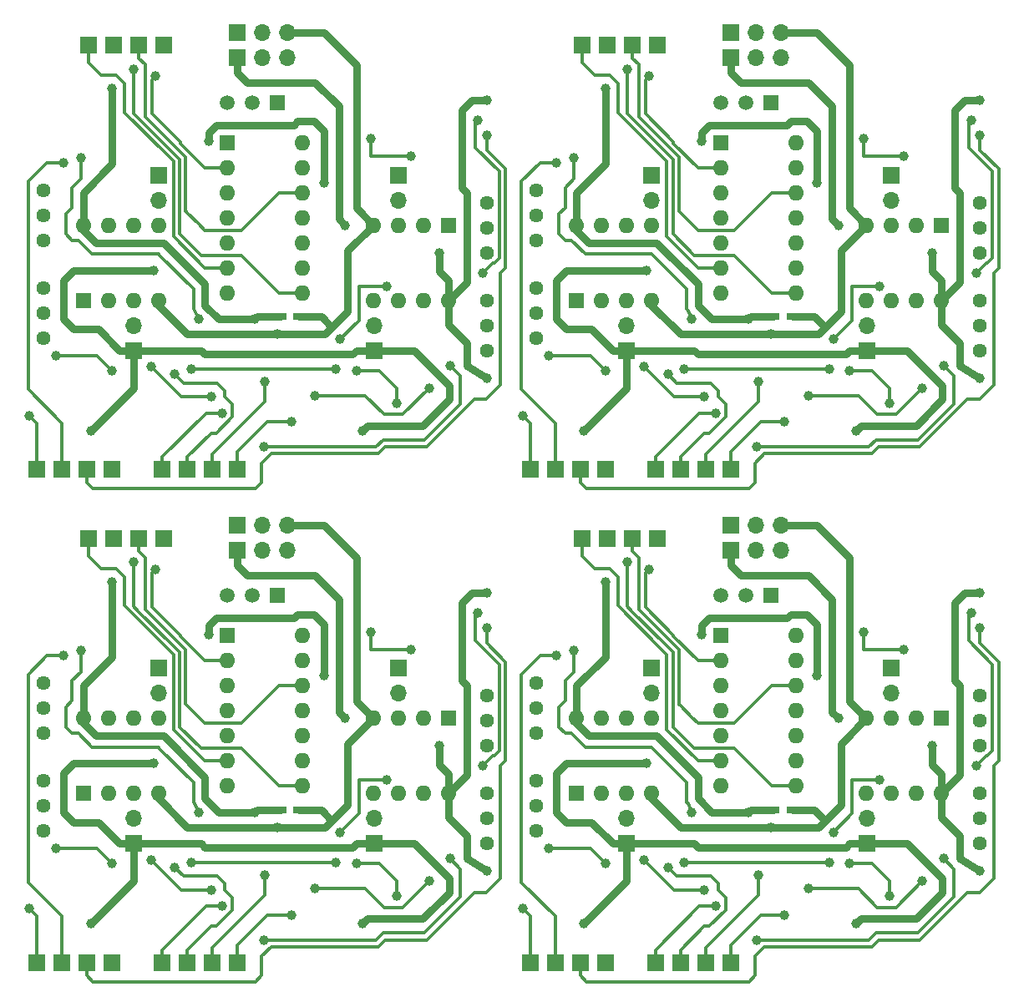
<source format=gbl>
G04 #@! TF.FileFunction,Copper,L2,Bot,Signal*
%FSLAX46Y46*%
G04 Gerber Fmt 4.6, Leading zero omitted, Abs format (unit mm)*
G04 Created by KiCad (PCBNEW 4.0.6) date 07/25/17 22:42:55*
%MOMM*%
%LPD*%
G01*
G04 APERTURE LIST*
%ADD10C,0.100000*%
%ADD11R,1.200000X0.750000*%
%ADD12R,1.700000X1.700000*%
%ADD13O,1.700000X1.700000*%
%ADD14C,1.440000*%
%ADD15R,1.600000X1.600000*%
%ADD16O,1.600000X1.600000*%
%ADD17C,1.520000*%
%ADD18R,1.520000X1.520000*%
%ADD19C,1.000000*%
%ADD20C,0.800000*%
%ADD21C,0.300000*%
G04 APERTURE END LIST*
D10*
D11*
X104469000Y-116211000D03*
X106369000Y-116211000D03*
X54469000Y-116211000D03*
X56369000Y-116211000D03*
X104469000Y-66211000D03*
X106369000Y-66211000D03*
D12*
X113928000Y-119640000D03*
D13*
X113928000Y-117100000D03*
D12*
X63928000Y-119640000D03*
D13*
X63928000Y-117100000D03*
D12*
X113928000Y-69640000D03*
D13*
X113928000Y-67100000D03*
D14*
X125358000Y-104654000D03*
X125358000Y-107194000D03*
X125358000Y-109734000D03*
X75358000Y-104654000D03*
X75358000Y-107194000D03*
X75358000Y-109734000D03*
X125358000Y-54654000D03*
X125358000Y-57194000D03*
X125358000Y-59734000D03*
X125358000Y-114560000D03*
X125358000Y-117100000D03*
X125358000Y-119640000D03*
X75358000Y-114560000D03*
X75358000Y-117100000D03*
X75358000Y-119640000D03*
X125358000Y-64560000D03*
X125358000Y-67100000D03*
X125358000Y-69640000D03*
D15*
X121467000Y-106912000D03*
D16*
X113847000Y-114532000D03*
X118927000Y-106912000D03*
X116387000Y-114532000D03*
X116387000Y-106912000D03*
X118927000Y-114532000D03*
X113847000Y-106912000D03*
X121467000Y-114532000D03*
D15*
X71467000Y-106912000D03*
D16*
X63847000Y-114532000D03*
X68927000Y-106912000D03*
X66387000Y-114532000D03*
X66387000Y-106912000D03*
X68927000Y-114532000D03*
X63847000Y-106912000D03*
X71467000Y-114532000D03*
D15*
X121467000Y-56912000D03*
D16*
X113847000Y-64532000D03*
X118927000Y-56912000D03*
X116387000Y-64532000D03*
X116387000Y-56912000D03*
X118927000Y-64532000D03*
X113847000Y-56912000D03*
X121467000Y-64532000D03*
D12*
X85046000Y-88700000D03*
X35046000Y-88700000D03*
X85046000Y-38700000D03*
X92666000Y-88700000D03*
X42666000Y-88700000D03*
X92666000Y-38700000D03*
X90126000Y-88700000D03*
X40126000Y-88700000D03*
X90126000Y-38700000D03*
X87586000Y-88700000D03*
X37586000Y-88700000D03*
X87586000Y-38700000D03*
D17*
X101609000Y-94494000D03*
X99069000Y-94494000D03*
D18*
X104149000Y-94494000D03*
D17*
X51609000Y-94494000D03*
X49069000Y-94494000D03*
D18*
X54149000Y-94494000D03*
D17*
X101609000Y-44494000D03*
X99069000Y-44494000D03*
D18*
X104149000Y-44494000D03*
D12*
X100085000Y-87382000D03*
D13*
X102625000Y-87382000D03*
X105165000Y-87382000D03*
D12*
X50085000Y-87382000D03*
D13*
X52625000Y-87382000D03*
X55165000Y-87382000D03*
D12*
X100085000Y-37382000D03*
D13*
X102625000Y-37382000D03*
X105165000Y-37382000D03*
D12*
X100085000Y-89922000D03*
D13*
X102625000Y-89922000D03*
X105165000Y-89922000D03*
D12*
X50085000Y-89922000D03*
D13*
X52625000Y-89922000D03*
X55165000Y-89922000D03*
D12*
X100085000Y-39922000D03*
D13*
X102625000Y-39922000D03*
X105165000Y-39922000D03*
D12*
X116387000Y-101832000D03*
D13*
X116387000Y-104372000D03*
D12*
X66387000Y-101832000D03*
D13*
X66387000Y-104372000D03*
D12*
X116387000Y-51832000D03*
D13*
X116387000Y-54372000D03*
D12*
X92084000Y-101860000D03*
D13*
X92084000Y-104400000D03*
D12*
X42084000Y-101860000D03*
D13*
X42084000Y-104400000D03*
D12*
X92084000Y-51860000D03*
D13*
X92084000Y-54400000D03*
D12*
X95005000Y-131705000D03*
X45005000Y-131705000D03*
X95005000Y-81705000D03*
X97545000Y-131705000D03*
X47545000Y-131705000D03*
X97545000Y-81705000D03*
X100085000Y-131705000D03*
X50085000Y-131705000D03*
X100085000Y-81705000D03*
X89544000Y-119640000D03*
D13*
X89544000Y-117100000D03*
D12*
X39544000Y-119640000D03*
D13*
X39544000Y-117100000D03*
D12*
X89544000Y-69640000D03*
D13*
X89544000Y-67100000D03*
D15*
X99069000Y-98558000D03*
D16*
X106689000Y-113798000D03*
X99069000Y-101098000D03*
X106689000Y-111258000D03*
X99069000Y-103638000D03*
X106689000Y-108718000D03*
X99069000Y-106178000D03*
X106689000Y-106178000D03*
X99069000Y-108718000D03*
X106689000Y-103638000D03*
X99069000Y-111258000D03*
X106689000Y-101098000D03*
X99069000Y-113798000D03*
X106689000Y-98558000D03*
D15*
X49069000Y-98558000D03*
D16*
X56689000Y-113798000D03*
X49069000Y-101098000D03*
X56689000Y-111258000D03*
X49069000Y-103638000D03*
X56689000Y-108718000D03*
X49069000Y-106178000D03*
X56689000Y-106178000D03*
X49069000Y-108718000D03*
X56689000Y-103638000D03*
X49069000Y-111258000D03*
X56689000Y-101098000D03*
X49069000Y-113798000D03*
X56689000Y-98558000D03*
D15*
X99069000Y-48558000D03*
D16*
X106689000Y-63798000D03*
X99069000Y-51098000D03*
X106689000Y-61258000D03*
X99069000Y-53638000D03*
X106689000Y-58718000D03*
X99069000Y-56178000D03*
X106689000Y-56178000D03*
X99069000Y-58718000D03*
X106689000Y-53638000D03*
X99069000Y-61258000D03*
X106689000Y-51098000D03*
X99069000Y-63798000D03*
X106689000Y-48558000D03*
D12*
X79765000Y-131705000D03*
X29765000Y-131705000D03*
X79765000Y-81705000D03*
X84845000Y-131705000D03*
X34845000Y-131705000D03*
X84845000Y-81705000D03*
X82305000Y-131705000D03*
X32305000Y-131705000D03*
X82305000Y-81705000D03*
X92465000Y-131705000D03*
X42465000Y-131705000D03*
X92465000Y-81705000D03*
X87385000Y-131705000D03*
X37385000Y-131705000D03*
X87385000Y-81705000D03*
D15*
X84464000Y-114560000D03*
D16*
X92084000Y-106940000D03*
X87004000Y-114560000D03*
X89544000Y-106940000D03*
X89544000Y-114560000D03*
X87004000Y-106940000D03*
X92084000Y-114560000D03*
X84464000Y-106940000D03*
D15*
X34464000Y-114560000D03*
D16*
X42084000Y-106940000D03*
X37004000Y-114560000D03*
X39544000Y-106940000D03*
X39544000Y-114560000D03*
X37004000Y-106940000D03*
X42084000Y-114560000D03*
X34464000Y-106940000D03*
D15*
X84464000Y-64560000D03*
D16*
X92084000Y-56940000D03*
X87004000Y-64560000D03*
X89544000Y-56940000D03*
X89544000Y-64560000D03*
X87004000Y-56940000D03*
X92084000Y-64560000D03*
X84464000Y-56940000D03*
D14*
X80400000Y-118370000D03*
X80400000Y-115830000D03*
X80400000Y-113290000D03*
X30400000Y-118370000D03*
X30400000Y-115830000D03*
X30400000Y-113290000D03*
X80400000Y-68370000D03*
X80400000Y-65830000D03*
X80400000Y-63290000D03*
X80400000Y-108464000D03*
X80400000Y-105924000D03*
X80400000Y-103384000D03*
X30400000Y-108464000D03*
X30400000Y-105924000D03*
X30400000Y-103384000D03*
X80400000Y-58464000D03*
X80400000Y-55924000D03*
X80400000Y-53384000D03*
D11*
X54469000Y-66211000D03*
X56369000Y-66211000D03*
D12*
X50085000Y-39922000D03*
D13*
X52625000Y-39922000D03*
X55165000Y-39922000D03*
D12*
X50085000Y-37382000D03*
D13*
X52625000Y-37382000D03*
X55165000Y-37382000D03*
D15*
X71467000Y-56912000D03*
D16*
X63847000Y-64532000D03*
X68927000Y-56912000D03*
X66387000Y-64532000D03*
X66387000Y-56912000D03*
X68927000Y-64532000D03*
X63847000Y-56912000D03*
X71467000Y-64532000D03*
D15*
X34464000Y-64560000D03*
D16*
X42084000Y-56940000D03*
X37004000Y-64560000D03*
X39544000Y-56940000D03*
X39544000Y-64560000D03*
X37004000Y-56940000D03*
X42084000Y-64560000D03*
X34464000Y-56940000D03*
D14*
X75358000Y-64560000D03*
X75358000Y-67100000D03*
X75358000Y-69640000D03*
X75358000Y-54654000D03*
X75358000Y-57194000D03*
X75358000Y-59734000D03*
X30400000Y-58464000D03*
X30400000Y-55924000D03*
X30400000Y-53384000D03*
X30400000Y-68370000D03*
X30400000Y-65830000D03*
X30400000Y-63290000D03*
D12*
X63928000Y-69640000D03*
D13*
X63928000Y-67100000D03*
D12*
X66387000Y-51832000D03*
D13*
X66387000Y-54372000D03*
D12*
X42084000Y-51860000D03*
D13*
X42084000Y-54400000D03*
D12*
X39544000Y-69640000D03*
D13*
X39544000Y-67100000D03*
D12*
X42666000Y-38700000D03*
X40126000Y-38700000D03*
X50085000Y-81705000D03*
X47545000Y-81705000D03*
X37385000Y-81705000D03*
X34845000Y-81705000D03*
X37586000Y-38700000D03*
X35046000Y-38700000D03*
X45005000Y-81705000D03*
X42465000Y-81705000D03*
X32305000Y-81705000D03*
X29765000Y-81705000D03*
D15*
X49069000Y-48558000D03*
D16*
X56689000Y-63798000D03*
X49069000Y-51098000D03*
X56689000Y-61258000D03*
X49069000Y-53638000D03*
X56689000Y-58718000D03*
X49069000Y-56178000D03*
X56689000Y-56178000D03*
X49069000Y-58718000D03*
X56689000Y-53638000D03*
X49069000Y-61258000D03*
X56689000Y-51098000D03*
X49069000Y-63798000D03*
X56689000Y-48558000D03*
D17*
X51609000Y-44494000D03*
X49069000Y-44494000D03*
D18*
X54149000Y-44494000D03*
D19*
X125358000Y-122434000D03*
X75358000Y-122434000D03*
X125358000Y-72434000D03*
X111007000Y-106940000D03*
X61007000Y-106940000D03*
X111007000Y-56940000D03*
X120532000Y-109734000D03*
X70532000Y-109734000D03*
X120532000Y-59734000D03*
X101863000Y-116465000D03*
X51863000Y-116465000D03*
X101863000Y-66465000D03*
X125358000Y-94240000D03*
X75358000Y-94240000D03*
X125358000Y-44240000D03*
X87385000Y-93097000D03*
X37385000Y-93097000D03*
X87385000Y-43097000D03*
X37385000Y-43097000D03*
X70532000Y-59734000D03*
X51863000Y-66465000D03*
X61007000Y-56940000D03*
X75358000Y-44240000D03*
X75358000Y-72434000D03*
X85226000Y-127768000D03*
X35226000Y-127768000D03*
X85226000Y-77768000D03*
X112785000Y-127768000D03*
X62785000Y-127768000D03*
X112785000Y-77768000D03*
X91576000Y-111512000D03*
X41576000Y-111512000D03*
X91576000Y-61512000D03*
X108848000Y-102622000D03*
X58848000Y-102622000D03*
X108848000Y-52622000D03*
X97164000Y-98431000D03*
X47164000Y-98431000D03*
X97164000Y-48431000D03*
X62785000Y-77768000D03*
X58848000Y-52622000D03*
X47164000Y-48431000D03*
X41576000Y-61512000D03*
X35226000Y-77768000D03*
X81670000Y-120148000D03*
X31670000Y-120148000D03*
X81670000Y-70148000D03*
X87385000Y-121672000D03*
X37385000Y-121672000D03*
X87385000Y-71672000D03*
X91322000Y-121291000D03*
X41322000Y-121291000D03*
X91322000Y-71291000D03*
X97418000Y-124339000D03*
X47418000Y-124339000D03*
X97418000Y-74339000D03*
X31670000Y-70148000D03*
X47418000Y-74339000D03*
X41322000Y-71291000D03*
X37385000Y-71672000D03*
X96148000Y-116465000D03*
X46148000Y-116465000D03*
X96148000Y-66465000D03*
X84210000Y-100082000D03*
X34210000Y-100082000D03*
X84210000Y-50082000D03*
X34210000Y-50082000D03*
X46148000Y-66465000D03*
X124977000Y-111766000D03*
X74977000Y-111766000D03*
X124977000Y-61766000D03*
X110499000Y-118497000D03*
X60499000Y-118497000D03*
X110499000Y-68497000D03*
X115198000Y-113163000D03*
X65198000Y-113163000D03*
X115198000Y-63163000D03*
X124469000Y-96272000D03*
X74469000Y-96272000D03*
X124469000Y-46272000D03*
X74469000Y-46272000D03*
X74977000Y-61766000D03*
X65198000Y-63163000D03*
X60499000Y-68497000D03*
X119516000Y-123450000D03*
X69516000Y-123450000D03*
X119516000Y-73450000D03*
X107959000Y-124212000D03*
X57959000Y-124212000D03*
X107959000Y-74212000D03*
X57959000Y-74212000D03*
X69516000Y-73450000D03*
X79003000Y-126244000D03*
X29003000Y-126244000D03*
X79003000Y-76244000D03*
X29003000Y-76244000D03*
X82432000Y-100590000D03*
X32432000Y-100590000D03*
X82432000Y-50590000D03*
X32432000Y-50590000D03*
X98561000Y-125990000D03*
X48561000Y-125990000D03*
X98561000Y-75990000D03*
X48561000Y-75990000D03*
X93735000Y-122053000D03*
X43735000Y-122053000D03*
X93735000Y-72053000D03*
X43735000Y-72053000D03*
X91810000Y-91830000D03*
X41810000Y-91830000D03*
X91810000Y-41830000D03*
X41810000Y-41830000D03*
X125358000Y-97796000D03*
X75358000Y-97796000D03*
X125358000Y-47796000D03*
X75358000Y-47796000D03*
X121670000Y-121160000D03*
X71670000Y-121160000D03*
X121670000Y-71160000D03*
X102750000Y-129430000D03*
X52750000Y-129430000D03*
X102750000Y-79430000D03*
X52750000Y-79430000D03*
X71670000Y-71160000D03*
X102879000Y-122815000D03*
X52879000Y-122815000D03*
X102879000Y-72815000D03*
X52879000Y-72815000D03*
X105546000Y-126879000D03*
X55546000Y-126879000D03*
X105546000Y-76879000D03*
X55546000Y-76879000D03*
X89600000Y-91100000D03*
X39600000Y-91100000D03*
X89600000Y-41100000D03*
X39600000Y-41100000D03*
X110075000Y-121545000D03*
X60075000Y-121545000D03*
X110075000Y-71545000D03*
X95386000Y-121545000D03*
X45386000Y-121545000D03*
X95386000Y-71545000D03*
X60075000Y-71545000D03*
X45386000Y-71545000D03*
X117657000Y-99927000D03*
X67657000Y-99927000D03*
X117657000Y-49927000D03*
X113610000Y-98178000D03*
X63610000Y-98178000D03*
X113610000Y-48178000D03*
X63610000Y-48178000D03*
X67657000Y-49927000D03*
X116214000Y-124974000D03*
X66214000Y-124974000D03*
X116214000Y-74974000D03*
X112150000Y-121672000D03*
X62150000Y-121672000D03*
X112150000Y-71672000D03*
X66214000Y-74974000D03*
X62150000Y-71672000D03*
X104149000Y-117989000D03*
X54149000Y-117989000D03*
X104149000Y-67989000D03*
X54149000Y-67989000D03*
D20*
X84464000Y-103638000D02*
X84464000Y-106940000D01*
X34464000Y-103638000D02*
X34464000Y-106940000D01*
X84464000Y-53638000D02*
X84464000Y-56940000D01*
X84464000Y-106940000D02*
X84464000Y-107448000D01*
X34464000Y-106940000D02*
X34464000Y-107448000D01*
X84464000Y-56940000D02*
X84464000Y-57448000D01*
X84464000Y-103638000D02*
X87385000Y-100717000D01*
X34464000Y-103638000D02*
X37385000Y-100717000D01*
X84464000Y-53638000D02*
X87385000Y-50717000D01*
X92592000Y-108718000D02*
X96783000Y-112909000D01*
X42592000Y-108718000D02*
X46783000Y-112909000D01*
X92592000Y-58718000D02*
X96783000Y-62909000D01*
X85734000Y-108718000D02*
X92592000Y-108718000D01*
X35734000Y-108718000D02*
X42592000Y-108718000D01*
X85734000Y-58718000D02*
X92592000Y-58718000D01*
X84464000Y-107448000D02*
X85734000Y-108718000D01*
X34464000Y-107448000D02*
X35734000Y-108718000D01*
X84464000Y-57448000D02*
X85734000Y-58718000D01*
X102117000Y-116211000D02*
X101863000Y-116465000D01*
X52117000Y-116211000D02*
X51863000Y-116465000D01*
X102117000Y-66211000D02*
X101863000Y-66465000D01*
X96783000Y-112909000D02*
X96783000Y-115068000D01*
X46783000Y-112909000D02*
X46783000Y-115068000D01*
X96783000Y-62909000D02*
X96783000Y-65068000D01*
X96783000Y-115068000D02*
X98180000Y-116465000D01*
X46783000Y-115068000D02*
X48180000Y-116465000D01*
X96783000Y-65068000D02*
X98180000Y-66465000D01*
X104469000Y-116211000D02*
X102117000Y-116211000D01*
X54469000Y-116211000D02*
X52117000Y-116211000D01*
X104469000Y-66211000D02*
X102117000Y-66211000D01*
X98180000Y-116465000D02*
X101863000Y-116465000D01*
X48180000Y-116465000D02*
X51863000Y-116465000D01*
X98180000Y-66465000D02*
X101863000Y-66465000D01*
X123326000Y-112673000D02*
X121467000Y-114532000D01*
X73326000Y-112673000D02*
X71467000Y-114532000D01*
X123326000Y-62673000D02*
X121467000Y-64532000D01*
X123326000Y-118878000D02*
X121467000Y-117019000D01*
X73326000Y-118878000D02*
X71467000Y-117019000D01*
X123326000Y-68878000D02*
X121467000Y-67019000D01*
X121467000Y-117019000D02*
X121467000Y-114532000D01*
X71467000Y-117019000D02*
X71467000Y-114532000D01*
X121467000Y-67019000D02*
X121467000Y-64532000D01*
X121467000Y-112574000D02*
X121467000Y-114532000D01*
X71467000Y-112574000D02*
X71467000Y-114532000D01*
X121467000Y-62574000D02*
X121467000Y-64532000D01*
X122818000Y-103130000D02*
X123326000Y-103638000D01*
X72818000Y-103130000D02*
X73326000Y-103638000D01*
X122818000Y-53130000D02*
X123326000Y-53638000D01*
X123326000Y-103638000D02*
X123326000Y-112673000D01*
X73326000Y-103638000D02*
X73326000Y-112673000D01*
X123326000Y-53638000D02*
X123326000Y-62673000D01*
X122818000Y-95256000D02*
X122818000Y-103130000D01*
X72818000Y-95256000D02*
X72818000Y-103130000D01*
X122818000Y-45256000D02*
X122818000Y-53130000D01*
X123834000Y-94240000D02*
X122818000Y-95256000D01*
X73834000Y-94240000D02*
X72818000Y-95256000D01*
X123834000Y-44240000D02*
X122818000Y-45256000D01*
X125358000Y-94240000D02*
X123834000Y-94240000D01*
X75358000Y-94240000D02*
X73834000Y-94240000D01*
X125358000Y-44240000D02*
X123834000Y-44240000D01*
X120532000Y-109734000D02*
X120532000Y-111639000D01*
X70532000Y-109734000D02*
X70532000Y-111639000D01*
X120532000Y-59734000D02*
X120532000Y-61639000D01*
X121467000Y-112574000D02*
X120532000Y-111639000D01*
X71467000Y-112574000D02*
X70532000Y-111639000D01*
X121467000Y-62574000D02*
X120532000Y-61639000D01*
X123326000Y-121164000D02*
X123326000Y-118878000D01*
X73326000Y-121164000D02*
X73326000Y-118878000D01*
X123326000Y-71164000D02*
X123326000Y-68878000D01*
X125358000Y-122434000D02*
X123326000Y-121164000D01*
X75358000Y-122434000D02*
X73326000Y-121164000D01*
X125358000Y-72434000D02*
X123326000Y-71164000D01*
X87385000Y-100717000D02*
X87385000Y-95002000D01*
X37385000Y-100717000D02*
X37385000Y-95002000D01*
X87385000Y-50717000D02*
X87385000Y-45002000D01*
X87385000Y-95002000D02*
X87385000Y-93097000D01*
X37385000Y-95002000D02*
X37385000Y-93097000D01*
X87385000Y-45002000D02*
X87385000Y-43097000D01*
X110372000Y-94875000D02*
X107959000Y-92462000D01*
X60372000Y-94875000D02*
X57959000Y-92462000D01*
X110372000Y-44875000D02*
X107959000Y-42462000D01*
X111007000Y-106940000D02*
X110372000Y-106305000D01*
X61007000Y-106940000D02*
X60372000Y-106305000D01*
X111007000Y-56940000D02*
X110372000Y-56305000D01*
X110372000Y-106305000D02*
X110372000Y-94875000D01*
X60372000Y-106305000D02*
X60372000Y-94875000D01*
X110372000Y-56305000D02*
X110372000Y-44875000D01*
X107959000Y-92462000D02*
X101101000Y-92462000D01*
X57959000Y-92462000D02*
X51101000Y-92462000D01*
X107959000Y-42462000D02*
X101101000Y-42462000D01*
X101101000Y-92462000D02*
X100085000Y-91446000D01*
X51101000Y-92462000D02*
X50085000Y-91446000D01*
X101101000Y-42462000D02*
X100085000Y-41446000D01*
X100085000Y-91446000D02*
X100085000Y-89922000D01*
X50085000Y-91446000D02*
X50085000Y-89922000D01*
X100085000Y-41446000D02*
X100085000Y-39922000D01*
X34464000Y-53638000D02*
X34464000Y-56940000D01*
X37385000Y-50717000D02*
X37385000Y-45002000D01*
X34464000Y-53638000D02*
X37385000Y-50717000D01*
X37385000Y-45002000D02*
X37385000Y-43097000D01*
X54469000Y-66211000D02*
X52117000Y-66211000D01*
X52117000Y-66211000D02*
X51863000Y-66465000D01*
X71467000Y-62574000D02*
X70532000Y-61639000D01*
X71467000Y-62574000D02*
X71467000Y-64532000D01*
X70532000Y-59734000D02*
X70532000Y-61639000D01*
X34464000Y-56940000D02*
X34464000Y-57448000D01*
X34464000Y-57448000D02*
X35734000Y-58718000D01*
X48180000Y-66465000D02*
X51863000Y-66465000D01*
X46783000Y-65068000D02*
X48180000Y-66465000D01*
X46783000Y-62909000D02*
X46783000Y-65068000D01*
X42592000Y-58718000D02*
X46783000Y-62909000D01*
X35734000Y-58718000D02*
X42592000Y-58718000D01*
X50085000Y-41446000D02*
X50085000Y-39922000D01*
X51101000Y-42462000D02*
X50085000Y-41446000D01*
X57959000Y-42462000D02*
X51101000Y-42462000D01*
X60372000Y-44875000D02*
X57959000Y-42462000D01*
X60372000Y-56305000D02*
X60372000Y-44875000D01*
X61007000Y-56940000D02*
X60372000Y-56305000D01*
X75358000Y-44240000D02*
X73834000Y-44240000D01*
X73834000Y-44240000D02*
X72818000Y-45256000D01*
X72818000Y-45256000D02*
X72818000Y-53130000D01*
X72818000Y-53130000D02*
X73326000Y-53638000D01*
X73326000Y-53638000D02*
X73326000Y-62673000D01*
X73326000Y-62673000D02*
X71467000Y-64532000D01*
X71467000Y-67019000D02*
X71467000Y-64532000D01*
X73326000Y-68878000D02*
X71467000Y-67019000D01*
X73326000Y-71164000D02*
X73326000Y-68878000D01*
X75358000Y-72434000D02*
X73326000Y-71164000D01*
X88147000Y-119640000D02*
X85988000Y-117481000D01*
X38147000Y-119640000D02*
X35988000Y-117481000D01*
X88147000Y-69640000D02*
X85988000Y-67481000D01*
X83448000Y-117481000D02*
X82432000Y-116465000D01*
X33448000Y-117481000D02*
X32432000Y-116465000D01*
X83448000Y-67481000D02*
X82432000Y-66465000D01*
X83448000Y-111512000D02*
X91576000Y-111512000D01*
X33448000Y-111512000D02*
X41576000Y-111512000D01*
X83448000Y-61512000D02*
X91576000Y-61512000D01*
X89544000Y-123450000D02*
X89544000Y-119640000D01*
X39544000Y-123450000D02*
X39544000Y-119640000D01*
X89544000Y-73450000D02*
X89544000Y-69640000D01*
X85226000Y-127768000D02*
X89544000Y-123450000D01*
X35226000Y-127768000D02*
X39544000Y-123450000D01*
X85226000Y-77768000D02*
X89544000Y-73450000D01*
X89544000Y-119640000D02*
X96402000Y-119640000D01*
X39544000Y-119640000D02*
X46402000Y-119640000D01*
X89544000Y-69640000D02*
X96402000Y-69640000D01*
X89544000Y-119640000D02*
X88147000Y-119640000D01*
X39544000Y-119640000D02*
X38147000Y-119640000D01*
X89544000Y-69640000D02*
X88147000Y-69640000D01*
X85988000Y-117481000D02*
X83448000Y-117481000D01*
X35988000Y-117481000D02*
X33448000Y-117481000D01*
X85988000Y-67481000D02*
X83448000Y-67481000D01*
X82432000Y-116465000D02*
X82432000Y-112528000D01*
X32432000Y-116465000D02*
X32432000Y-112528000D01*
X82432000Y-66465000D02*
X82432000Y-62528000D01*
X82432000Y-112528000D02*
X83448000Y-111512000D01*
X32432000Y-112528000D02*
X33448000Y-111512000D01*
X82432000Y-62528000D02*
X83448000Y-61512000D01*
X111769000Y-120021000D02*
X112150000Y-119640000D01*
X61769000Y-120021000D02*
X62150000Y-119640000D01*
X111769000Y-70021000D02*
X112150000Y-69640000D01*
X112785000Y-127768000D02*
X113293000Y-127260000D01*
X62785000Y-127768000D02*
X63293000Y-127260000D01*
X112785000Y-77768000D02*
X113293000Y-77260000D01*
X112150000Y-119640000D02*
X113928000Y-119640000D01*
X62150000Y-119640000D02*
X63928000Y-119640000D01*
X112150000Y-69640000D02*
X113928000Y-69640000D01*
X96783000Y-120021000D02*
X111769000Y-120021000D01*
X46783000Y-120021000D02*
X61769000Y-120021000D01*
X96783000Y-70021000D02*
X111769000Y-70021000D01*
X96402000Y-119640000D02*
X96783000Y-120021000D01*
X46402000Y-119640000D02*
X46783000Y-120021000D01*
X96402000Y-69640000D02*
X96783000Y-70021000D01*
X117992000Y-119640000D02*
X113928000Y-119640000D01*
X67992000Y-119640000D02*
X63928000Y-119640000D01*
X117992000Y-69640000D02*
X113928000Y-69640000D01*
X113293000Y-127260000D02*
X118881000Y-127260000D01*
X63293000Y-127260000D02*
X68881000Y-127260000D01*
X113293000Y-77260000D02*
X118881000Y-77260000D01*
X118881000Y-127260000D02*
X121548000Y-124593000D01*
X68881000Y-127260000D02*
X71548000Y-124593000D01*
X118881000Y-77260000D02*
X121548000Y-74593000D01*
X121548000Y-124593000D02*
X121548000Y-123196000D01*
X71548000Y-124593000D02*
X71548000Y-123196000D01*
X121548000Y-74593000D02*
X121548000Y-73196000D01*
X121548000Y-123196000D02*
X117992000Y-119640000D01*
X71548000Y-123196000D02*
X67992000Y-119640000D01*
X121548000Y-73196000D02*
X117992000Y-69640000D01*
X97164000Y-97542000D02*
X97164000Y-98431000D01*
X47164000Y-97542000D02*
X47164000Y-98431000D01*
X97164000Y-47542000D02*
X97164000Y-48431000D01*
X97926000Y-96780000D02*
X97164000Y-97542000D01*
X47926000Y-96780000D02*
X47164000Y-97542000D01*
X97926000Y-46780000D02*
X97164000Y-47542000D01*
X107832000Y-96399000D02*
X108848000Y-97415000D01*
X57832000Y-96399000D02*
X58848000Y-97415000D01*
X107832000Y-46399000D02*
X108848000Y-47415000D01*
X108848000Y-97415000D02*
X108848000Y-102622000D01*
X58848000Y-97415000D02*
X58848000Y-102622000D01*
X108848000Y-47415000D02*
X108848000Y-52622000D01*
X106181000Y-96399000D02*
X107832000Y-96399000D01*
X56181000Y-96399000D02*
X57832000Y-96399000D01*
X106181000Y-46399000D02*
X107832000Y-46399000D01*
X105800000Y-96780000D02*
X106181000Y-96399000D01*
X55800000Y-96780000D02*
X56181000Y-96399000D01*
X105800000Y-46780000D02*
X106181000Y-46399000D01*
X97926000Y-96780000D02*
X105800000Y-96780000D01*
X47926000Y-96780000D02*
X55800000Y-96780000D01*
X97926000Y-46780000D02*
X105800000Y-46780000D01*
X67992000Y-69640000D02*
X63928000Y-69640000D01*
X71548000Y-73196000D02*
X67992000Y-69640000D01*
X71548000Y-74593000D02*
X71548000Y-73196000D01*
X68881000Y-77260000D02*
X71548000Y-74593000D01*
X63293000Y-77260000D02*
X68881000Y-77260000D01*
X62785000Y-77768000D02*
X63293000Y-77260000D01*
X47926000Y-46780000D02*
X47164000Y-47542000D01*
X47926000Y-46780000D02*
X55800000Y-46780000D01*
X55800000Y-46780000D02*
X56181000Y-46399000D01*
X56181000Y-46399000D02*
X57832000Y-46399000D01*
X57832000Y-46399000D02*
X58848000Y-47415000D01*
X58848000Y-47415000D02*
X58848000Y-52622000D01*
X47164000Y-47542000D02*
X47164000Y-48431000D01*
X39544000Y-69640000D02*
X38147000Y-69640000D01*
X33448000Y-61512000D02*
X41576000Y-61512000D01*
X32432000Y-62528000D02*
X33448000Y-61512000D01*
X32432000Y-66465000D02*
X32432000Y-62528000D01*
X33448000Y-67481000D02*
X32432000Y-66465000D01*
X35988000Y-67481000D02*
X33448000Y-67481000D01*
X38147000Y-69640000D02*
X35988000Y-67481000D01*
X39544000Y-69640000D02*
X46402000Y-69640000D01*
X46402000Y-69640000D02*
X46783000Y-70021000D01*
X46783000Y-70021000D02*
X61769000Y-70021000D01*
X61769000Y-70021000D02*
X62150000Y-69640000D01*
X62150000Y-69640000D02*
X63928000Y-69640000D01*
X35226000Y-77768000D02*
X39544000Y-73450000D01*
X39544000Y-73450000D02*
X39544000Y-69640000D01*
D21*
X94370000Y-124339000D02*
X97418000Y-124339000D01*
X44370000Y-124339000D02*
X47418000Y-124339000D01*
X94370000Y-74339000D02*
X97418000Y-74339000D01*
X81670000Y-120148000D02*
X85861000Y-120148000D01*
X31670000Y-120148000D02*
X35861000Y-120148000D01*
X81670000Y-70148000D02*
X85861000Y-70148000D01*
X85861000Y-120148000D02*
X87385000Y-121672000D01*
X35861000Y-120148000D02*
X37385000Y-121672000D01*
X85861000Y-70148000D02*
X87385000Y-71672000D01*
X91322000Y-121291000D02*
X94370000Y-124339000D01*
X41322000Y-121291000D02*
X44370000Y-124339000D01*
X91322000Y-71291000D02*
X94370000Y-74339000D01*
X31670000Y-70148000D02*
X35861000Y-70148000D01*
X44370000Y-74339000D02*
X47418000Y-74339000D01*
X41322000Y-71291000D02*
X44370000Y-74339000D01*
X35861000Y-70148000D02*
X37385000Y-71672000D01*
X83321000Y-103130000D02*
X84210000Y-102241000D01*
X33321000Y-103130000D02*
X34210000Y-102241000D01*
X83321000Y-53130000D02*
X84210000Y-52241000D01*
X83956000Y-108464000D02*
X83321000Y-108464000D01*
X33956000Y-108464000D02*
X33321000Y-108464000D01*
X83956000Y-58464000D02*
X83321000Y-58464000D01*
X83321000Y-108464000D02*
X82686000Y-107829000D01*
X33321000Y-108464000D02*
X32686000Y-107829000D01*
X83321000Y-58464000D02*
X82686000Y-57829000D01*
X82686000Y-107829000D02*
X82686000Y-105797000D01*
X32686000Y-107829000D02*
X32686000Y-105797000D01*
X82686000Y-57829000D02*
X82686000Y-55797000D01*
X82686000Y-105797000D02*
X83321000Y-105162000D01*
X32686000Y-105797000D02*
X33321000Y-105162000D01*
X82686000Y-55797000D02*
X83321000Y-55162000D01*
X83321000Y-105162000D02*
X83321000Y-103130000D01*
X33321000Y-105162000D02*
X33321000Y-103130000D01*
X83321000Y-55162000D02*
X83321000Y-53130000D01*
X84210000Y-102241000D02*
X84210000Y-100082000D01*
X34210000Y-102241000D02*
X34210000Y-100082000D01*
X84210000Y-52241000D02*
X84210000Y-50082000D01*
X95640000Y-113417000D02*
X92230536Y-110007536D01*
X45640000Y-113417000D02*
X42230536Y-110007536D01*
X95640000Y-63417000D02*
X92230536Y-60007536D01*
X92084000Y-109861000D02*
X89163000Y-109861000D01*
X42084000Y-109861000D02*
X39163000Y-109861000D01*
X92084000Y-59861000D02*
X89163000Y-59861000D01*
X89163000Y-109861000D02*
X85607000Y-109861000D01*
X39163000Y-109861000D02*
X35607000Y-109861000D01*
X89163000Y-59861000D02*
X85607000Y-59861000D01*
X92230536Y-110007536D02*
X92084000Y-109861000D01*
X42230536Y-110007536D02*
X42084000Y-109861000D01*
X92230536Y-60007536D02*
X92084000Y-59861000D01*
X85607000Y-109861000D02*
X85353000Y-109861000D01*
X35607000Y-109861000D02*
X35353000Y-109861000D01*
X85607000Y-59861000D02*
X85353000Y-59861000D01*
X85353000Y-109861000D02*
X83956000Y-108464000D01*
X35353000Y-109861000D02*
X33956000Y-108464000D01*
X85353000Y-59861000D02*
X83956000Y-58464000D01*
X96148000Y-116465000D02*
X96148000Y-116465000D01*
X46148000Y-116465000D02*
X46148000Y-116465000D01*
X96148000Y-66465000D02*
X96148000Y-66465000D01*
X95767000Y-115576000D02*
X95640000Y-115449000D01*
X45767000Y-115576000D02*
X45640000Y-115449000D01*
X95767000Y-65576000D02*
X95640000Y-65449000D01*
X95640000Y-115449000D02*
X95640000Y-113417000D01*
X45640000Y-115449000D02*
X45640000Y-113417000D01*
X95640000Y-65449000D02*
X95640000Y-63417000D01*
X96148000Y-116465000D02*
X95767000Y-115576000D01*
X46148000Y-116465000D02*
X45767000Y-115576000D01*
X96148000Y-66465000D02*
X95767000Y-65576000D01*
X46148000Y-66465000D02*
X45767000Y-65576000D01*
X34210000Y-52241000D02*
X34210000Y-50082000D01*
X33321000Y-53130000D02*
X34210000Y-52241000D01*
X33321000Y-55162000D02*
X33321000Y-53130000D01*
X32686000Y-55797000D02*
X33321000Y-55162000D01*
X32686000Y-57829000D02*
X32686000Y-55797000D01*
X33321000Y-58464000D02*
X32686000Y-57829000D01*
X33956000Y-58464000D02*
X33321000Y-58464000D01*
X35353000Y-59861000D02*
X33956000Y-58464000D01*
X35607000Y-59861000D02*
X35353000Y-59861000D01*
X39163000Y-59861000D02*
X35607000Y-59861000D01*
X42084000Y-59861000D02*
X39163000Y-59861000D01*
X42230536Y-60007536D02*
X42084000Y-59861000D01*
X45640000Y-63417000D02*
X42230536Y-60007536D01*
X45640000Y-65449000D02*
X45640000Y-63417000D01*
X45767000Y-65576000D02*
X45640000Y-65449000D01*
X46148000Y-66465000D02*
X46148000Y-66465000D01*
X110499000Y-118497000D02*
X112404000Y-116592000D01*
X60499000Y-118497000D02*
X62404000Y-116592000D01*
X110499000Y-68497000D02*
X112404000Y-66592000D01*
X112404000Y-116592000D02*
X112404000Y-113163000D01*
X62404000Y-116592000D02*
X62404000Y-113163000D01*
X112404000Y-66592000D02*
X112404000Y-63163000D01*
X126628000Y-110242000D02*
X126628000Y-101479000D01*
X76628000Y-110242000D02*
X76628000Y-101479000D01*
X126628000Y-60242000D02*
X126628000Y-51479000D01*
X126120000Y-110750000D02*
X126628000Y-110242000D01*
X76120000Y-110750000D02*
X76628000Y-110242000D01*
X126120000Y-60750000D02*
X126628000Y-60242000D01*
X125993000Y-110750000D02*
X126120000Y-110750000D01*
X75993000Y-110750000D02*
X76120000Y-110750000D01*
X125993000Y-60750000D02*
X126120000Y-60750000D01*
X124977000Y-111766000D02*
X125993000Y-110750000D01*
X74977000Y-111766000D02*
X75993000Y-110750000D01*
X124977000Y-61766000D02*
X125993000Y-60750000D01*
X126628000Y-101479000D02*
X124215000Y-99066000D01*
X76628000Y-101479000D02*
X74215000Y-99066000D01*
X126628000Y-51479000D02*
X124215000Y-49066000D01*
X124215000Y-96526000D02*
X124469000Y-96272000D01*
X74215000Y-96526000D02*
X74469000Y-96272000D01*
X124215000Y-46526000D02*
X124469000Y-46272000D01*
X124215000Y-99066000D02*
X124215000Y-96526000D01*
X74215000Y-99066000D02*
X74215000Y-96526000D01*
X124215000Y-49066000D02*
X124215000Y-46526000D01*
X112404000Y-113163000D02*
X115198000Y-113163000D01*
X62404000Y-113163000D02*
X65198000Y-113163000D01*
X112404000Y-63163000D02*
X115198000Y-63163000D01*
X74215000Y-46526000D02*
X74469000Y-46272000D01*
X74215000Y-49066000D02*
X74215000Y-46526000D01*
X76628000Y-51479000D02*
X74215000Y-49066000D01*
X76628000Y-60242000D02*
X76628000Y-51479000D01*
X76120000Y-60750000D02*
X76628000Y-60242000D01*
X75993000Y-60750000D02*
X76120000Y-60750000D01*
X74977000Y-61766000D02*
X75993000Y-60750000D01*
X62404000Y-63163000D02*
X65198000Y-63163000D01*
X62404000Y-66592000D02*
X62404000Y-63163000D01*
X60499000Y-68497000D02*
X62404000Y-66592000D01*
X113039000Y-124212000D02*
X107959000Y-124212000D01*
X63039000Y-124212000D02*
X57959000Y-124212000D01*
X113039000Y-74212000D02*
X107959000Y-74212000D01*
X116849000Y-126117000D02*
X114944000Y-126117000D01*
X66849000Y-126117000D02*
X64944000Y-126117000D01*
X116849000Y-76117000D02*
X114944000Y-76117000D01*
X119516000Y-123450000D02*
X116849000Y-126117000D01*
X69516000Y-123450000D02*
X66849000Y-126117000D01*
X119516000Y-73450000D02*
X116849000Y-76117000D01*
X114944000Y-126117000D02*
X113039000Y-124212000D01*
X64944000Y-126117000D02*
X63039000Y-124212000D01*
X114944000Y-76117000D02*
X113039000Y-74212000D01*
X63039000Y-74212000D02*
X57959000Y-74212000D01*
X64944000Y-76117000D02*
X63039000Y-74212000D01*
X66849000Y-76117000D02*
X64944000Y-76117000D01*
X69516000Y-73450000D02*
X66849000Y-76117000D01*
X79765000Y-131705000D02*
X79765000Y-127006000D01*
X29765000Y-131705000D02*
X29765000Y-127006000D01*
X79765000Y-81705000D02*
X79765000Y-77006000D01*
X79765000Y-127006000D02*
X79003000Y-126244000D01*
X29765000Y-127006000D02*
X29003000Y-126244000D01*
X79765000Y-77006000D02*
X79003000Y-76244000D01*
X29765000Y-81705000D02*
X29765000Y-77006000D01*
X29765000Y-77006000D02*
X29003000Y-76244000D01*
X82432000Y-100590000D02*
X80781000Y-100590000D01*
X32432000Y-100590000D02*
X30781000Y-100590000D01*
X82432000Y-50590000D02*
X80781000Y-50590000D01*
X80781000Y-100590000D02*
X78876000Y-102495000D01*
X30781000Y-100590000D02*
X28876000Y-102495000D01*
X80781000Y-50590000D02*
X78876000Y-52495000D01*
X82305000Y-131705000D02*
X82305000Y-127006000D01*
X32305000Y-131705000D02*
X32305000Y-127006000D01*
X82305000Y-81705000D02*
X82305000Y-77006000D01*
X78876000Y-123577000D02*
X82305000Y-127006000D01*
X28876000Y-123577000D02*
X32305000Y-127006000D01*
X78876000Y-73577000D02*
X82305000Y-77006000D01*
X78876000Y-102495000D02*
X78876000Y-123577000D01*
X28876000Y-102495000D02*
X28876000Y-123577000D01*
X78876000Y-52495000D02*
X78876000Y-73577000D01*
X32305000Y-81705000D02*
X32305000Y-77006000D01*
X30781000Y-50590000D02*
X28876000Y-52495000D01*
X28876000Y-52495000D02*
X28876000Y-73577000D01*
X28876000Y-73577000D02*
X32305000Y-77006000D01*
X32432000Y-50590000D02*
X30781000Y-50590000D01*
X92465000Y-130435000D02*
X96910000Y-125990000D01*
X42465000Y-130435000D02*
X46910000Y-125990000D01*
X92465000Y-80435000D02*
X96910000Y-75990000D01*
X92465000Y-131705000D02*
X92465000Y-130435000D01*
X42465000Y-131705000D02*
X42465000Y-130435000D01*
X92465000Y-81705000D02*
X92465000Y-80435000D01*
X96910000Y-125990000D02*
X98561000Y-125990000D01*
X46910000Y-125990000D02*
X48561000Y-125990000D01*
X96910000Y-75990000D02*
X98561000Y-75990000D01*
X42465000Y-81705000D02*
X42465000Y-80435000D01*
X46910000Y-75990000D02*
X48561000Y-75990000D01*
X42465000Y-80435000D02*
X46910000Y-75990000D01*
X95005000Y-131705000D02*
X95005000Y-130435000D01*
X45005000Y-131705000D02*
X45005000Y-130435000D01*
X95005000Y-81705000D02*
X95005000Y-80435000D01*
X97418000Y-128022000D02*
X95005000Y-130435000D01*
X47418000Y-128022000D02*
X45005000Y-130435000D01*
X97418000Y-78022000D02*
X95005000Y-80435000D01*
X99577000Y-126371000D02*
X97926000Y-128022000D01*
X49577000Y-126371000D02*
X47926000Y-128022000D01*
X99577000Y-76371000D02*
X97926000Y-78022000D01*
X99577000Y-125101000D02*
X99577000Y-126371000D01*
X49577000Y-125101000D02*
X49577000Y-126371000D01*
X99577000Y-75101000D02*
X99577000Y-76371000D01*
X98815000Y-123704000D02*
X98815000Y-124339000D01*
X48815000Y-123704000D02*
X48815000Y-124339000D01*
X98815000Y-73704000D02*
X98815000Y-74339000D01*
X98053000Y-122942000D02*
X98815000Y-123704000D01*
X48053000Y-122942000D02*
X48815000Y-123704000D01*
X98053000Y-72942000D02*
X98815000Y-73704000D01*
X94624000Y-122942000D02*
X98053000Y-122942000D01*
X44624000Y-122942000D02*
X48053000Y-122942000D01*
X94624000Y-72942000D02*
X98053000Y-72942000D01*
X98815000Y-124339000D02*
X99577000Y-125101000D01*
X48815000Y-124339000D02*
X49577000Y-125101000D01*
X98815000Y-74339000D02*
X99577000Y-75101000D01*
X93735000Y-122053000D02*
X94624000Y-122942000D01*
X43735000Y-122053000D02*
X44624000Y-122942000D01*
X93735000Y-72053000D02*
X94624000Y-72942000D01*
X97926000Y-128022000D02*
X97418000Y-128022000D01*
X47926000Y-128022000D02*
X47418000Y-128022000D01*
X97926000Y-78022000D02*
X97418000Y-78022000D01*
X45005000Y-81705000D02*
X45005000Y-80435000D01*
X43735000Y-72053000D02*
X44624000Y-72942000D01*
X44624000Y-72942000D02*
X48053000Y-72942000D01*
X48053000Y-72942000D02*
X48815000Y-73704000D01*
X48815000Y-73704000D02*
X48815000Y-74339000D01*
X48815000Y-74339000D02*
X49577000Y-75101000D01*
X49577000Y-75101000D02*
X49577000Y-76371000D01*
X49577000Y-76371000D02*
X47926000Y-78022000D01*
X47926000Y-78022000D02*
X47418000Y-78022000D01*
X47418000Y-78022000D02*
X45005000Y-80435000D01*
X93608000Y-100463000D02*
X92846000Y-99701000D01*
X43608000Y-100463000D02*
X42846000Y-99701000D01*
X93608000Y-50463000D02*
X92846000Y-49701000D01*
X93608000Y-101352000D02*
X93608000Y-100463000D01*
X43608000Y-101352000D02*
X43608000Y-100463000D01*
X93608000Y-51352000D02*
X93608000Y-50463000D01*
X93608000Y-108083000D02*
X93608000Y-101352000D01*
X43608000Y-108083000D02*
X43608000Y-101352000D01*
X93608000Y-58083000D02*
X93608000Y-51352000D01*
X96783000Y-111258000D02*
X93608000Y-108083000D01*
X46783000Y-111258000D02*
X43608000Y-108083000D01*
X96783000Y-61258000D02*
X93608000Y-58083000D01*
X96783000Y-111258000D02*
X99069000Y-111258000D01*
X46783000Y-111258000D02*
X49069000Y-111258000D01*
X96783000Y-61258000D02*
X99069000Y-61258000D01*
X88662500Y-95517500D02*
X92846000Y-99701000D01*
X38662500Y-95517500D02*
X42846000Y-99701000D01*
X88662500Y-45517500D02*
X92846000Y-49701000D01*
X88655000Y-95510000D02*
X88662500Y-95517500D01*
X38655000Y-95510000D02*
X38662500Y-95517500D01*
X88655000Y-45510000D02*
X88662500Y-45517500D01*
X88662500Y-95517500D02*
X88662500Y-92562500D01*
X38662500Y-95517500D02*
X38662500Y-92562500D01*
X88662500Y-45517500D02*
X88662500Y-42562500D01*
X88662500Y-92562500D02*
X88590000Y-92490000D01*
X38662500Y-92562500D02*
X38590000Y-92490000D01*
X88662500Y-42562500D02*
X88590000Y-42490000D01*
X85046000Y-90466000D02*
X85046000Y-88700000D01*
X35046000Y-90466000D02*
X35046000Y-88700000D01*
X85046000Y-40466000D02*
X85046000Y-38700000D01*
X86300000Y-91720000D02*
X85046000Y-90466000D01*
X36300000Y-91720000D02*
X35046000Y-90466000D01*
X86300000Y-41720000D02*
X85046000Y-40466000D01*
X87820000Y-91720000D02*
X86300000Y-91720000D01*
X37820000Y-91720000D02*
X36300000Y-91720000D01*
X87820000Y-41720000D02*
X86300000Y-41720000D01*
X88590000Y-92490000D02*
X87820000Y-91720000D01*
X38590000Y-92490000D02*
X37820000Y-91720000D01*
X88590000Y-42490000D02*
X87820000Y-41720000D01*
X38662500Y-45517500D02*
X38662500Y-42562500D01*
X38590000Y-42490000D02*
X37820000Y-41720000D01*
X37820000Y-41720000D02*
X36300000Y-41720000D01*
X36300000Y-41720000D02*
X35046000Y-40466000D01*
X35046000Y-40466000D02*
X35046000Y-38700000D01*
X38662500Y-42562500D02*
X38590000Y-42490000D01*
X43608000Y-50463000D02*
X42846000Y-49701000D01*
X46783000Y-61258000D02*
X49069000Y-61258000D01*
X43608000Y-58083000D02*
X43608000Y-51352000D01*
X46783000Y-61258000D02*
X43608000Y-58083000D01*
X43608000Y-51352000D02*
X43608000Y-50463000D01*
X38655000Y-45510000D02*
X38662500Y-45517500D01*
X38662500Y-45517500D02*
X42846000Y-49701000D01*
X94309295Y-98497295D02*
X91449000Y-95637000D01*
X44309295Y-98497295D02*
X41449000Y-95637000D01*
X94309295Y-48497295D02*
X91449000Y-45637000D01*
X94309295Y-98618705D02*
X94309295Y-98497295D01*
X44309295Y-98618705D02*
X44309295Y-98497295D01*
X94309295Y-48618705D02*
X94309295Y-48497295D01*
X99069000Y-101098000D02*
X96788590Y-101098000D01*
X49069000Y-101098000D02*
X46788590Y-101098000D01*
X99069000Y-51098000D02*
X96788590Y-51098000D01*
X96788590Y-101098000D02*
X94309295Y-98618705D01*
X46788590Y-101098000D02*
X44309295Y-98618705D01*
X96788590Y-51098000D02*
X94309295Y-48618705D01*
X91449000Y-92370000D02*
X91449000Y-92335000D01*
X41449000Y-92370000D02*
X41449000Y-92335000D01*
X91449000Y-42370000D02*
X91449000Y-42335000D01*
X91449000Y-95637000D02*
X91449000Y-92370000D01*
X41449000Y-95637000D02*
X41449000Y-92370000D01*
X91449000Y-45637000D02*
X91449000Y-42370000D01*
X91449000Y-92191000D02*
X91810000Y-91830000D01*
X41449000Y-92191000D02*
X41810000Y-91830000D01*
X91449000Y-42191000D02*
X91810000Y-41830000D01*
X91449000Y-92370000D02*
X91449000Y-92191000D01*
X41449000Y-92370000D02*
X41449000Y-92191000D01*
X91449000Y-42370000D02*
X91449000Y-42191000D01*
X41449000Y-42370000D02*
X41449000Y-42191000D01*
X41449000Y-42191000D02*
X41810000Y-41830000D01*
X44309295Y-48618705D02*
X44309295Y-48497295D01*
X46788590Y-51098000D02*
X44309295Y-48618705D01*
X49069000Y-51098000D02*
X46788590Y-51098000D01*
X41449000Y-45637000D02*
X41449000Y-42370000D01*
X41449000Y-42370000D02*
X41449000Y-42335000D01*
X44309295Y-48497295D02*
X41449000Y-45637000D01*
X100600000Y-133620000D02*
X85450000Y-133620000D01*
X50600000Y-133620000D02*
X35450000Y-133620000D01*
X100600000Y-83620000D02*
X85450000Y-83620000D01*
X101940000Y-133620000D02*
X102560000Y-133000000D01*
X51940000Y-133620000D02*
X52560000Y-133000000D01*
X101940000Y-83620000D02*
X102560000Y-83000000D01*
X102560000Y-133000000D02*
X102560000Y-131070000D01*
X52560000Y-133000000D02*
X52560000Y-131070000D01*
X102560000Y-83000000D02*
X102560000Y-81070000D01*
X100600000Y-133620000D02*
X101940000Y-133620000D01*
X50600000Y-133620000D02*
X51940000Y-133620000D01*
X100600000Y-83620000D02*
X101940000Y-83620000D01*
X102560000Y-131070000D02*
X103530000Y-130100000D01*
X52560000Y-131070000D02*
X53530000Y-130100000D01*
X102560000Y-81070000D02*
X103530000Y-80100000D01*
X84845000Y-131705000D02*
X84845000Y-133015000D01*
X34845000Y-131705000D02*
X34845000Y-133015000D01*
X84845000Y-81705000D02*
X84845000Y-83015000D01*
X85450000Y-133620000D02*
X84845000Y-133015000D01*
X35450000Y-133620000D02*
X34845000Y-133015000D01*
X85450000Y-83620000D02*
X84845000Y-83015000D01*
X114390000Y-130100000D02*
X103530000Y-130100000D01*
X64390000Y-130100000D02*
X53530000Y-130100000D01*
X114390000Y-80100000D02*
X103530000Y-80100000D01*
X126755000Y-111766000D02*
X126755000Y-123135000D01*
X76755000Y-111766000D02*
X76755000Y-123135000D01*
X126755000Y-61766000D02*
X126755000Y-73135000D01*
X127263000Y-101225000D02*
X127263000Y-111258000D01*
X77263000Y-101225000D02*
X77263000Y-111258000D01*
X127263000Y-51225000D02*
X127263000Y-61258000D01*
X127263000Y-111258000D02*
X126755000Y-111766000D01*
X77263000Y-111258000D02*
X76755000Y-111766000D01*
X127263000Y-61258000D02*
X126755000Y-61766000D01*
X125358000Y-99320000D02*
X127263000Y-101225000D01*
X75358000Y-99320000D02*
X77263000Y-101225000D01*
X125358000Y-49320000D02*
X127263000Y-51225000D01*
X125358000Y-97796000D02*
X125358000Y-99320000D01*
X75358000Y-97796000D02*
X75358000Y-99320000D01*
X125358000Y-47796000D02*
X125358000Y-49320000D01*
X115100000Y-129390000D02*
X114390000Y-130100000D01*
X65100000Y-129390000D02*
X64390000Y-130100000D01*
X115100000Y-79390000D02*
X114390000Y-80100000D01*
X119280000Y-129390000D02*
X115100000Y-129390000D01*
X69280000Y-129390000D02*
X65100000Y-129390000D01*
X119280000Y-79390000D02*
X115100000Y-79390000D01*
X124110000Y-124560000D02*
X119280000Y-129390000D01*
X74110000Y-124560000D02*
X69280000Y-129390000D01*
X124110000Y-74560000D02*
X119280000Y-79390000D01*
X126755000Y-123135000D02*
X125330000Y-124560000D01*
X76755000Y-123135000D02*
X75330000Y-124560000D01*
X126755000Y-73135000D02*
X125330000Y-74560000D01*
X125330000Y-124560000D02*
X124110000Y-124560000D01*
X75330000Y-124560000D02*
X74110000Y-124560000D01*
X125330000Y-74560000D02*
X124110000Y-74560000D01*
X50600000Y-83620000D02*
X51940000Y-83620000D01*
X76755000Y-73135000D02*
X75330000Y-74560000D01*
X75330000Y-74560000D02*
X74110000Y-74560000D01*
X74110000Y-74560000D02*
X69280000Y-79390000D01*
X69280000Y-79390000D02*
X65100000Y-79390000D01*
X65100000Y-79390000D02*
X64390000Y-80100000D01*
X64390000Y-80100000D02*
X53530000Y-80100000D01*
X50600000Y-83620000D02*
X35450000Y-83620000D01*
X35450000Y-83620000D02*
X34845000Y-83015000D01*
X34845000Y-81705000D02*
X34845000Y-83015000D01*
X75358000Y-47796000D02*
X75358000Y-49320000D01*
X77263000Y-61258000D02*
X76755000Y-61766000D01*
X77263000Y-51225000D02*
X77263000Y-61258000D01*
X75358000Y-49320000D02*
X77263000Y-51225000D01*
X76755000Y-61766000D02*
X76755000Y-73135000D01*
X52560000Y-81070000D02*
X53530000Y-80100000D01*
X52560000Y-83000000D02*
X52560000Y-81070000D01*
X51940000Y-83620000D02*
X52560000Y-83000000D01*
X114120000Y-129430000D02*
X102750000Y-129430000D01*
X64120000Y-129430000D02*
X52750000Y-129430000D01*
X114120000Y-79430000D02*
X102750000Y-79430000D01*
X119070000Y-128680000D02*
X114870000Y-128680000D01*
X69070000Y-128680000D02*
X64870000Y-128680000D01*
X119070000Y-78680000D02*
X114870000Y-78680000D01*
X114870000Y-128680000D02*
X114120000Y-129430000D01*
X64870000Y-128680000D02*
X64120000Y-129430000D01*
X114870000Y-78680000D02*
X114120000Y-79430000D01*
X122700000Y-122190000D02*
X122700000Y-125050000D01*
X72700000Y-122190000D02*
X72700000Y-125050000D01*
X122700000Y-72190000D02*
X122700000Y-75050000D01*
X122700000Y-125050000D02*
X119070000Y-128680000D01*
X72700000Y-125050000D02*
X69070000Y-128680000D01*
X122700000Y-75050000D02*
X119070000Y-78680000D01*
X121670000Y-121160000D02*
X122700000Y-122190000D01*
X71670000Y-121160000D02*
X72700000Y-122190000D01*
X121670000Y-71160000D02*
X122700000Y-72190000D01*
X64120000Y-79430000D02*
X52750000Y-79430000D01*
X64870000Y-78680000D02*
X64120000Y-79430000D01*
X69070000Y-78680000D02*
X64870000Y-78680000D01*
X72700000Y-75050000D02*
X69070000Y-78680000D01*
X72700000Y-72190000D02*
X72700000Y-75050000D01*
X71670000Y-71160000D02*
X72700000Y-72190000D01*
X97545000Y-130181000D02*
X102879000Y-124847000D01*
X47545000Y-130181000D02*
X52879000Y-124847000D01*
X97545000Y-80181000D02*
X102879000Y-74847000D01*
X97545000Y-131705000D02*
X97545000Y-130181000D01*
X47545000Y-131705000D02*
X47545000Y-130181000D01*
X97545000Y-81705000D02*
X97545000Y-80181000D01*
X102879000Y-124847000D02*
X102879000Y-122815000D01*
X52879000Y-124847000D02*
X52879000Y-122815000D01*
X102879000Y-74847000D02*
X102879000Y-72815000D01*
X47545000Y-80181000D02*
X52879000Y-74847000D01*
X52879000Y-74847000D02*
X52879000Y-72815000D01*
X47545000Y-81705000D02*
X47545000Y-80181000D01*
X103133000Y-126879000D02*
X100085000Y-129927000D01*
X53133000Y-126879000D02*
X50085000Y-129927000D01*
X103133000Y-76879000D02*
X100085000Y-79927000D01*
X100085000Y-129927000D02*
X100085000Y-131705000D01*
X50085000Y-129927000D02*
X50085000Y-131705000D01*
X100085000Y-79927000D02*
X100085000Y-81705000D01*
X105546000Y-126879000D02*
X103133000Y-126879000D01*
X55546000Y-126879000D02*
X53133000Y-126879000D01*
X105546000Y-76879000D02*
X103133000Y-76879000D01*
X50085000Y-79927000D02*
X50085000Y-81705000D01*
X53133000Y-76879000D02*
X50085000Y-79927000D01*
X55546000Y-76879000D02*
X53133000Y-76879000D01*
X93821530Y-98979470D02*
X90773530Y-95931470D01*
X43821530Y-98979470D02*
X40773530Y-95931470D01*
X93821530Y-48979470D02*
X90773530Y-45931470D01*
X94843002Y-105508002D02*
X94878000Y-105543000D01*
X44843002Y-105508002D02*
X44878000Y-105543000D01*
X94843002Y-55508002D02*
X94878000Y-55543000D01*
X96148000Y-106813000D02*
X95005000Y-105670000D01*
X46148000Y-106813000D02*
X45005000Y-105670000D01*
X96148000Y-56813000D02*
X95005000Y-55670000D01*
X96783000Y-107448000D02*
X96148000Y-106813000D01*
X46783000Y-107448000D02*
X46148000Y-106813000D01*
X96783000Y-57448000D02*
X96148000Y-56813000D01*
X94843002Y-103984002D02*
X94843002Y-105508002D01*
X44843002Y-103984002D02*
X44843002Y-105508002D01*
X94843002Y-53984002D02*
X94843002Y-55508002D01*
X95005000Y-105670000D02*
X94878000Y-105543000D01*
X45005000Y-105670000D02*
X44878000Y-105543000D01*
X95005000Y-55670000D02*
X94878000Y-55543000D01*
X94843002Y-100971000D02*
X94843002Y-101352000D01*
X44843002Y-100971000D02*
X44843002Y-101352000D01*
X94843002Y-50971000D02*
X94843002Y-51352000D01*
X94843002Y-101352000D02*
X94843002Y-103984002D01*
X44843002Y-101352000D02*
X44843002Y-103984002D01*
X94843002Y-51352000D02*
X94843002Y-53984002D01*
X104276000Y-103638000D02*
X100466000Y-107448000D01*
X54276000Y-103638000D02*
X50466000Y-107448000D01*
X104276000Y-53638000D02*
X100466000Y-57448000D01*
X100466000Y-107448000D02*
X96783000Y-107448000D01*
X50466000Y-107448000D02*
X46783000Y-107448000D01*
X100466000Y-57448000D02*
X96783000Y-57448000D01*
X94843002Y-100000942D02*
X93821530Y-98979470D01*
X44843002Y-100000942D02*
X43821530Y-98979470D01*
X94843002Y-50000942D02*
X93821530Y-48979470D01*
X94843002Y-100971000D02*
X94843002Y-100000942D01*
X44843002Y-100971000D02*
X44843002Y-100000942D01*
X94843002Y-50971000D02*
X94843002Y-50000942D01*
X90773530Y-95931470D02*
X90773530Y-91867470D01*
X40773530Y-95931470D02*
X40773530Y-91867470D01*
X90773530Y-45931470D02*
X90773530Y-41867470D01*
X106689000Y-103638000D02*
X104276000Y-103638000D01*
X56689000Y-103638000D02*
X54276000Y-103638000D01*
X106689000Y-53638000D02*
X104276000Y-53638000D01*
X90773530Y-90653530D02*
X90126000Y-90006000D01*
X40773530Y-90653530D02*
X40126000Y-90006000D01*
X90773530Y-40653530D02*
X90126000Y-40006000D01*
X90126000Y-90006000D02*
X90126000Y-88700000D01*
X40126000Y-90006000D02*
X40126000Y-88700000D01*
X90126000Y-40006000D02*
X90126000Y-38700000D01*
X90773530Y-91867470D02*
X90773530Y-90653530D01*
X40773530Y-91867470D02*
X40773530Y-90653530D01*
X90773530Y-41867470D02*
X90773530Y-40653530D01*
X40773530Y-41867470D02*
X40773530Y-40653530D01*
X40773530Y-45931470D02*
X40773530Y-41867470D01*
X44843002Y-50971000D02*
X44843002Y-50000942D01*
X44843002Y-53984002D02*
X44843002Y-55508002D01*
X45005000Y-55670000D02*
X44878000Y-55543000D01*
X44843002Y-51352000D02*
X44843002Y-53984002D01*
X56689000Y-53638000D02*
X54276000Y-53638000D01*
X46783000Y-57448000D02*
X46148000Y-56813000D01*
X50466000Y-57448000D02*
X46783000Y-57448000D01*
X54276000Y-53638000D02*
X50466000Y-57448000D01*
X46148000Y-56813000D02*
X45005000Y-55670000D01*
X44843002Y-55508002D02*
X44878000Y-55543000D01*
X44843002Y-50971000D02*
X44843002Y-51352000D01*
X44843002Y-50000942D02*
X43821530Y-48979470D01*
X43821530Y-48979470D02*
X40773530Y-45931470D01*
X40126000Y-40006000D02*
X40126000Y-38700000D01*
X40773530Y-40653530D02*
X40126000Y-40006000D01*
X94243000Y-100249470D02*
X93397265Y-99403735D01*
X44243000Y-100249470D02*
X43397265Y-99403735D01*
X94243000Y-50249470D02*
X93397265Y-49403735D01*
X93397265Y-99403735D02*
X90031765Y-96038235D01*
X43397265Y-99403735D02*
X40031765Y-96038235D01*
X93397265Y-49403735D02*
X90031765Y-46038235D01*
X94243000Y-101352000D02*
X94243000Y-100249470D01*
X44243000Y-101352000D02*
X44243000Y-100249470D01*
X94243000Y-51352000D02*
X94243000Y-50249470D01*
X94243000Y-107829000D02*
X94243000Y-101640998D01*
X44243000Y-107829000D02*
X44243000Y-101640998D01*
X94243000Y-57829000D02*
X94243000Y-51640998D01*
X94243000Y-101640998D02*
X94243000Y-101352000D01*
X44243000Y-101640998D02*
X44243000Y-101352000D01*
X94243000Y-51640998D02*
X94243000Y-51352000D01*
X96402000Y-109988000D02*
X94243000Y-107829000D01*
X46402000Y-109988000D02*
X44243000Y-107829000D01*
X96402000Y-59988000D02*
X94243000Y-57829000D01*
X100466000Y-109988000D02*
X96783000Y-109988000D01*
X50466000Y-109988000D02*
X46783000Y-109988000D01*
X100466000Y-59988000D02*
X96783000Y-59988000D01*
X106689000Y-113798000D02*
X104276000Y-113798000D01*
X56689000Y-113798000D02*
X54276000Y-113798000D01*
X106689000Y-63798000D02*
X104276000Y-63798000D01*
X104276000Y-113798000D02*
X100466000Y-109988000D01*
X54276000Y-113798000D02*
X50466000Y-109988000D01*
X104276000Y-63798000D02*
X100466000Y-59988000D01*
X96783000Y-109988000D02*
X96402000Y-109988000D01*
X46783000Y-109988000D02*
X46402000Y-109988000D01*
X96783000Y-59988000D02*
X96402000Y-59988000D01*
X89600000Y-95300000D02*
X89600000Y-91100000D01*
X39600000Y-95300000D02*
X39600000Y-91100000D01*
X89600000Y-45300000D02*
X89600000Y-41100000D01*
X89596765Y-95603235D02*
X89596765Y-95303235D01*
X39596765Y-95603235D02*
X39596765Y-95303235D01*
X89596765Y-45603235D02*
X89596765Y-45303235D01*
X89596765Y-95303235D02*
X89600000Y-95300000D01*
X39596765Y-95303235D02*
X39600000Y-95300000D01*
X89596765Y-45303235D02*
X89600000Y-45300000D01*
X90031765Y-96038235D02*
X89596765Y-95603235D01*
X40031765Y-96038235D02*
X39596765Y-95603235D01*
X90031765Y-46038235D02*
X89596765Y-45603235D01*
X40031765Y-46038235D02*
X39596765Y-45603235D01*
X43397265Y-49403735D02*
X40031765Y-46038235D01*
X44243000Y-50249470D02*
X43397265Y-49403735D01*
X46783000Y-59988000D02*
X46402000Y-59988000D01*
X54276000Y-63798000D02*
X50466000Y-59988000D01*
X50466000Y-59988000D02*
X46783000Y-59988000D01*
X56689000Y-63798000D02*
X54276000Y-63798000D01*
X44243000Y-51640998D02*
X44243000Y-51352000D01*
X44243000Y-57829000D02*
X44243000Y-51640998D01*
X46402000Y-59988000D02*
X44243000Y-57829000D01*
X44243000Y-51352000D02*
X44243000Y-50249470D01*
X39600000Y-45300000D02*
X39600000Y-41100000D01*
X39596765Y-45303235D02*
X39600000Y-45300000D01*
X39596765Y-45603235D02*
X39596765Y-45303235D01*
X110075000Y-121545000D02*
X95386000Y-121545000D01*
X60075000Y-121545000D02*
X45386000Y-121545000D01*
X110075000Y-71545000D02*
X95386000Y-71545000D01*
X60075000Y-71545000D02*
X45386000Y-71545000D01*
X117657000Y-99927000D02*
X113610000Y-99928000D01*
X67657000Y-99927000D02*
X63610000Y-99928000D01*
X117657000Y-49927000D02*
X113610000Y-49928000D01*
X113610000Y-99928000D02*
X113610000Y-98178000D01*
X63610000Y-99928000D02*
X63610000Y-98178000D01*
X113610000Y-49928000D02*
X113610000Y-48178000D01*
X63610000Y-49928000D02*
X63610000Y-48178000D01*
X67657000Y-49927000D02*
X63610000Y-49928000D01*
X116214000Y-123450000D02*
X114436000Y-121672000D01*
X66214000Y-123450000D02*
X64436000Y-121672000D01*
X116214000Y-73450000D02*
X114436000Y-71672000D01*
X116214000Y-124974000D02*
X116214000Y-123450000D01*
X66214000Y-124974000D02*
X66214000Y-123450000D01*
X116214000Y-74974000D02*
X116214000Y-73450000D01*
X114436000Y-121672000D02*
X112150000Y-121672000D01*
X64436000Y-121672000D02*
X62150000Y-121672000D01*
X114436000Y-71672000D02*
X112150000Y-71672000D01*
X66214000Y-74974000D02*
X66214000Y-73450000D01*
X64436000Y-71672000D02*
X62150000Y-71672000D01*
X66214000Y-73450000D02*
X64436000Y-71672000D01*
D20*
X92084000Y-115068000D02*
X95005000Y-117989000D01*
X42084000Y-115068000D02*
X45005000Y-117989000D01*
X92084000Y-65068000D02*
X95005000Y-67989000D01*
X92084000Y-114560000D02*
X92084000Y-115068000D01*
X42084000Y-114560000D02*
X42084000Y-115068000D01*
X92084000Y-64560000D02*
X92084000Y-65068000D01*
X109673500Y-117290500D02*
X111261000Y-115703000D01*
X59673500Y-117290500D02*
X61261000Y-115703000D01*
X109673500Y-67290500D02*
X111261000Y-65703000D01*
X106369000Y-116211000D02*
X108594000Y-116211000D01*
X56369000Y-116211000D02*
X58594000Y-116211000D01*
X106369000Y-66211000D02*
X108594000Y-66211000D01*
X108594000Y-116211000D02*
X109673500Y-117290500D01*
X58594000Y-116211000D02*
X59673500Y-117290500D01*
X108594000Y-66211000D02*
X109673500Y-67290500D01*
X104149000Y-117989000D02*
X108975000Y-117989000D01*
X54149000Y-117989000D02*
X58975000Y-117989000D01*
X104149000Y-67989000D02*
X108975000Y-67989000D01*
X108975000Y-117989000D02*
X109673500Y-117290500D01*
X58975000Y-117989000D02*
X59673500Y-117290500D01*
X108975000Y-67989000D02*
X109673500Y-67290500D01*
X95005000Y-117989000D02*
X104149000Y-117989000D01*
X45005000Y-117989000D02*
X54149000Y-117989000D01*
X95005000Y-67989000D02*
X104149000Y-67989000D01*
X112150000Y-105215000D02*
X113847000Y-106912000D01*
X62150000Y-105215000D02*
X63847000Y-106912000D01*
X112150000Y-55215000D02*
X113847000Y-56912000D01*
X111261000Y-115703000D02*
X111261000Y-109498000D01*
X61261000Y-115703000D02*
X61261000Y-109498000D01*
X111261000Y-65703000D02*
X111261000Y-59498000D01*
X111261000Y-109498000D02*
X113847000Y-106912000D01*
X61261000Y-109498000D02*
X63847000Y-106912000D01*
X111261000Y-59498000D02*
X113847000Y-56912000D01*
X112150000Y-90684000D02*
X112150000Y-105215000D01*
X62150000Y-90684000D02*
X62150000Y-105215000D01*
X112150000Y-40684000D02*
X112150000Y-55215000D01*
X108848000Y-87382000D02*
X112150000Y-90684000D01*
X58848000Y-87382000D02*
X62150000Y-90684000D01*
X108848000Y-37382000D02*
X112150000Y-40684000D01*
X105165000Y-87382000D02*
X108848000Y-87382000D01*
X55165000Y-87382000D02*
X58848000Y-87382000D01*
X105165000Y-37382000D02*
X108848000Y-37382000D01*
X56369000Y-66211000D02*
X58594000Y-66211000D01*
X58594000Y-66211000D02*
X59673500Y-67290500D01*
X42084000Y-64560000D02*
X42084000Y-65068000D01*
X42084000Y-65068000D02*
X45005000Y-67989000D01*
X45005000Y-67989000D02*
X54149000Y-67989000D01*
X54149000Y-67989000D02*
X58975000Y-67989000D01*
X58975000Y-67989000D02*
X59673500Y-67290500D01*
X59673500Y-67290500D02*
X61261000Y-65703000D01*
X61261000Y-65703000D02*
X61261000Y-59498000D01*
X61261000Y-59498000D02*
X63847000Y-56912000D01*
X55165000Y-37382000D02*
X58848000Y-37382000D01*
X62150000Y-55215000D02*
X63847000Y-56912000D01*
X62150000Y-40684000D02*
X62150000Y-55215000D01*
X58848000Y-37382000D02*
X62150000Y-40684000D01*
M02*

</source>
